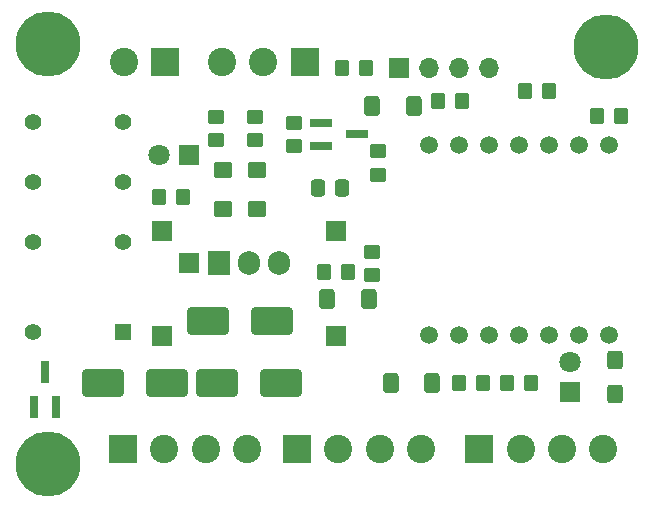
<source format=gts>
G04 #@! TF.GenerationSoftware,KiCad,Pcbnew,7.0.7*
G04 #@! TF.CreationDate,2023-10-16T19:16:17+02:00*
G04 #@! TF.ProjectId,WaterValve,57617465-7256-4616-9c76-652e6b696361,Rev 6.1*
G04 #@! TF.SameCoordinates,Original*
G04 #@! TF.FileFunction,Soldermask,Top*
G04 #@! TF.FilePolarity,Negative*
%FSLAX46Y46*%
G04 Gerber Fmt 4.6, Leading zero omitted, Abs format (unit mm)*
G04 Created by KiCad (PCBNEW 7.0.7) date 2023-10-16 19:16:17*
%MOMM*%
%LPD*%
G01*
G04 APERTURE LIST*
G04 Aperture macros list*
%AMRoundRect*
0 Rectangle with rounded corners*
0 $1 Rounding radius*
0 $2 $3 $4 $5 $6 $7 $8 $9 X,Y pos of 4 corners*
0 Add a 4 corners polygon primitive as box body*
4,1,4,$2,$3,$4,$5,$6,$7,$8,$9,$2,$3,0*
0 Add four circle primitives for the rounded corners*
1,1,$1+$1,$2,$3*
1,1,$1+$1,$4,$5*
1,1,$1+$1,$6,$7*
1,1,$1+$1,$8,$9*
0 Add four rect primitives between the rounded corners*
20,1,$1+$1,$2,$3,$4,$5,0*
20,1,$1+$1,$4,$5,$6,$7,0*
20,1,$1+$1,$6,$7,$8,$9,0*
20,1,$1+$1,$8,$9,$2,$3,0*%
G04 Aperture macros list end*
%ADD10R,1.800000X1.800000*%
%ADD11C,1.800000*%
%ADD12RoundRect,0.250000X0.350000X0.450000X-0.350000X0.450000X-0.350000X-0.450000X0.350000X-0.450000X0*%
%ADD13RoundRect,0.250000X-0.400000X-0.600000X0.400000X-0.600000X0.400000X0.600000X-0.400000X0.600000X0*%
%ADD14R,1.700000X1.700000*%
%ADD15RoundRect,0.250000X-0.537500X-0.425000X0.537500X-0.425000X0.537500X0.425000X-0.537500X0.425000X0*%
%ADD16RoundRect,0.250000X-0.350000X-0.450000X0.350000X-0.450000X0.350000X0.450000X-0.350000X0.450000X0*%
%ADD17RoundRect,0.250000X0.400000X0.600000X-0.400000X0.600000X-0.400000X-0.600000X0.400000X-0.600000X0*%
%ADD18R,2.400000X2.400000*%
%ADD19C,2.400000*%
%ADD20R,1.905000X2.000000*%
%ADD21O,1.905000X2.000000*%
%ADD22R,1.400000X1.400000*%
%ADD23C,1.400000*%
%ADD24RoundRect,0.250000X0.450000X-0.350000X0.450000X0.350000X-0.450000X0.350000X-0.450000X-0.350000X0*%
%ADD25RoundRect,0.250000X1.500000X0.900000X-1.500000X0.900000X-1.500000X-0.900000X1.500000X-0.900000X0*%
%ADD26C,1.500000*%
%ADD27C,5.500000*%
%ADD28RoundRect,0.250000X-0.450000X0.350000X-0.450000X-0.350000X0.450000X-0.350000X0.450000X0.350000X0*%
%ADD29RoundRect,0.250000X-1.500000X-0.900000X1.500000X-0.900000X1.500000X0.900000X-1.500000X0.900000X0*%
%ADD30R,1.900000X0.800000*%
%ADD31O,1.700000X1.700000*%
%ADD32R,0.800000X1.900000*%
%ADD33RoundRect,0.250000X0.337500X0.475000X-0.337500X0.475000X-0.337500X-0.475000X0.337500X-0.475000X0*%
%ADD34RoundRect,0.250000X-0.425000X0.537500X-0.425000X-0.537500X0.425000X-0.537500X0.425000X0.537500X0*%
G04 APERTURE END LIST*
D10*
X151643000Y-94361000D03*
D11*
X149103000Y-94361000D03*
D12*
X174752000Y-89789000D03*
X172752000Y-89789000D03*
D13*
X163350000Y-106553000D03*
X166850000Y-106553000D03*
D14*
X164084000Y-109672000D03*
D15*
X154518500Y-95631000D03*
X157393500Y-95631000D03*
D16*
X180118000Y-88900000D03*
X182118000Y-88900000D03*
D13*
X167160000Y-90170000D03*
X170660000Y-90170000D03*
D14*
X151638000Y-103505000D03*
D16*
X149114000Y-97917000D03*
X151114000Y-97917000D03*
D14*
X149352000Y-100782000D03*
D17*
X172228000Y-113665000D03*
X168728000Y-113665000D03*
D18*
X176220000Y-119253000D03*
D19*
X179720000Y-119253000D03*
X183220000Y-119253000D03*
X186720000Y-119253000D03*
D20*
X154178000Y-103505000D03*
D21*
X156718000Y-103505000D03*
X159258000Y-103505000D03*
D15*
X154518500Y-98933000D03*
X157393500Y-98933000D03*
D22*
X146050000Y-109347000D03*
D23*
X146050000Y-101727000D03*
X146050000Y-96647000D03*
X146050000Y-91567000D03*
X138430000Y-91567000D03*
X138430000Y-96647000D03*
X138430000Y-101727000D03*
X138430000Y-109347000D03*
D24*
X167640000Y-95980000D03*
X167640000Y-93980000D03*
D12*
X165084000Y-104267000D03*
X163084000Y-104267000D03*
D16*
X174530000Y-113665000D03*
X176530000Y-113665000D03*
D25*
X149766000Y-113665000D03*
X144366000Y-113665000D03*
D18*
X149606000Y-86487000D03*
D19*
X146106000Y-86487000D03*
D26*
X187198000Y-93439700D03*
X184658000Y-93439700D03*
X182118000Y-93439700D03*
X179578000Y-93439700D03*
X177038000Y-93439700D03*
X174498000Y-93439700D03*
X171958000Y-93439700D03*
X171958000Y-109604700D03*
X174498000Y-109604700D03*
X177038000Y-109604700D03*
X179578000Y-109604700D03*
X182118000Y-109604700D03*
X184658000Y-109604700D03*
X187198000Y-109604700D03*
D14*
X164084000Y-100782000D03*
D24*
X153924000Y-93075000D03*
X153924000Y-91075000D03*
D25*
X158656000Y-108402000D03*
X153256000Y-108402000D03*
D27*
X139700000Y-84963000D03*
D28*
X160528000Y-91583000D03*
X160528000Y-93583000D03*
D18*
X146050000Y-119253000D03*
D19*
X149550000Y-119253000D03*
X153050000Y-119253000D03*
X156550000Y-119253000D03*
D29*
X154018000Y-113665000D03*
X159418000Y-113665000D03*
D27*
X139700000Y-120523000D03*
D30*
X162838000Y-91633000D03*
X162838000Y-93533000D03*
X165838000Y-92583000D03*
D16*
X178578000Y-113665000D03*
X180578000Y-113665000D03*
D14*
X149352000Y-109672000D03*
X169418000Y-86979000D03*
D31*
X171958000Y-86979000D03*
X174498000Y-86979000D03*
X177038000Y-86979000D03*
D12*
X188198000Y-91059000D03*
X186198000Y-91059000D03*
D16*
X164608000Y-86995000D03*
X166608000Y-86995000D03*
D10*
X183896000Y-114432000D03*
D11*
X183896000Y-111892000D03*
D32*
X138496000Y-115673000D03*
X140396000Y-115673000D03*
X139446000Y-112673000D03*
D27*
X186944000Y-85217000D03*
D18*
X160782000Y-119253000D03*
D19*
X164282000Y-119253000D03*
X167782000Y-119253000D03*
X171282000Y-119253000D03*
D28*
X167132000Y-102505000D03*
X167132000Y-104505000D03*
D24*
X157226000Y-93075000D03*
X157226000Y-91075000D03*
D33*
X164613500Y-97155000D03*
X162538500Y-97155000D03*
D18*
X161432000Y-86487000D03*
D19*
X157932000Y-86487000D03*
X154432000Y-86487000D03*
D34*
X187706000Y-111719500D03*
X187706000Y-114594500D03*
M02*

</source>
